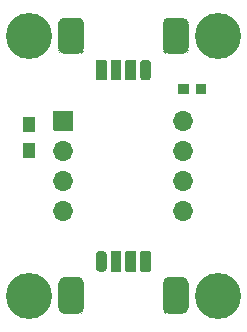
<source format=gbr>
G04 #@! TF.GenerationSoftware,KiCad,Pcbnew,(5.1.9)-1*
G04 #@! TF.CreationDate,2021-05-12T15:35:24+02:00*
G04 #@! TF.ProjectId,GPSMux,4750534d-7578-42e6-9b69-6361645f7063,01*
G04 #@! TF.SameCoordinates,Original*
G04 #@! TF.FileFunction,Soldermask,Top*
G04 #@! TF.FilePolarity,Negative*
%FSLAX46Y46*%
G04 Gerber Fmt 4.6, Leading zero omitted, Abs format (unit mm)*
G04 Created by KiCad (PCBNEW (5.1.9)-1) date 2021-05-12 15:35:24*
%MOMM*%
%LPD*%
G01*
G04 APERTURE LIST*
%ADD10C,3.902000*%
%ADD11O,1.702000X1.702000*%
%ADD12C,0.100000*%
G04 APERTURE END LIST*
D10*
X125000000Y-42000000D03*
X141000000Y-42000000D03*
X141000000Y-64000000D03*
X125000000Y-64000000D03*
G36*
G01*
X139129000Y-46875000D02*
X139129000Y-46125000D01*
G75*
G02*
X139180000Y-46074000I51000J0D01*
G01*
X139980000Y-46074000D01*
G75*
G02*
X140031000Y-46125000I0J-51000D01*
G01*
X140031000Y-46875000D01*
G75*
G02*
X139980000Y-46926000I-51000J0D01*
G01*
X139180000Y-46926000D01*
G75*
G02*
X139129000Y-46875000I0J51000D01*
G01*
G37*
G36*
G01*
X137629000Y-46875000D02*
X137629000Y-46125000D01*
G75*
G02*
X137680000Y-46074000I51000J0D01*
G01*
X138480000Y-46074000D01*
G75*
G02*
X138531000Y-46125000I0J-51000D01*
G01*
X138531000Y-46875000D01*
G75*
G02*
X138480000Y-46926000I-51000J0D01*
G01*
X137680000Y-46926000D01*
G75*
G02*
X137629000Y-46875000I0J51000D01*
G01*
G37*
D11*
X138080000Y-49190000D03*
X127920000Y-56810000D03*
X138080000Y-51730000D03*
X127920000Y-54270000D03*
X138080000Y-54270000D03*
X127920000Y-51730000D03*
X138080000Y-56810000D03*
G36*
G01*
X127069000Y-49990000D02*
X127069000Y-48390000D01*
G75*
G02*
X127120000Y-48339000I51000J0D01*
G01*
X128720000Y-48339000D01*
G75*
G02*
X128771000Y-48390000I0J-51000D01*
G01*
X128771000Y-49990000D01*
G75*
G02*
X128720000Y-50041000I-51000J0D01*
G01*
X127120000Y-50041000D01*
G75*
G02*
X127069000Y-49990000I0J51000D01*
G01*
G37*
G36*
G01*
X125450000Y-50181000D02*
X124550000Y-50181000D01*
G75*
G02*
X124499000Y-50130000I0J51000D01*
G01*
X124499000Y-48930000D01*
G75*
G02*
X124550000Y-48879000I51000J0D01*
G01*
X125450000Y-48879000D01*
G75*
G02*
X125501000Y-48930000I0J-51000D01*
G01*
X125501000Y-50130000D01*
G75*
G02*
X125450000Y-50181000I-51000J0D01*
G01*
G37*
G36*
G01*
X125450000Y-52381000D02*
X124550000Y-52381000D01*
G75*
G02*
X124499000Y-52330000I0J51000D01*
G01*
X124499000Y-51130000D01*
G75*
G02*
X124550000Y-51079000I51000J0D01*
G01*
X125450000Y-51079000D01*
G75*
G02*
X125501000Y-51130000I0J-51000D01*
G01*
X125501000Y-52330000D01*
G75*
G02*
X125450000Y-52381000I-51000J0D01*
G01*
G37*
G36*
G01*
X131576000Y-60474500D02*
X131576000Y-61725500D01*
G75*
G02*
X131350500Y-61951000I-225500J0D01*
G01*
X130899500Y-61951000D01*
G75*
G02*
X130674000Y-61725500I0J225500D01*
G01*
X130674000Y-60474500D01*
G75*
G02*
X130899500Y-60249000I225500J0D01*
G01*
X131350500Y-60249000D01*
G75*
G02*
X131576000Y-60474500I0J-225500D01*
G01*
G37*
G36*
G01*
X132826000Y-60300000D02*
X132826000Y-61900000D01*
G75*
G02*
X132775000Y-61951000I-51000J0D01*
G01*
X131975000Y-61951000D01*
G75*
G02*
X131924000Y-61900000I0J51000D01*
G01*
X131924000Y-60300000D01*
G75*
G02*
X131975000Y-60249000I51000J0D01*
G01*
X132775000Y-60249000D01*
G75*
G02*
X132826000Y-60300000I0J-51000D01*
G01*
G37*
G36*
G01*
X135326000Y-60300000D02*
X135326000Y-61900000D01*
G75*
G02*
X135275000Y-61951000I-51000J0D01*
G01*
X134475000Y-61951000D01*
G75*
G02*
X134424000Y-61900000I0J51000D01*
G01*
X134424000Y-60300000D01*
G75*
G02*
X134475000Y-60249000I51000J0D01*
G01*
X135275000Y-60249000D01*
G75*
G02*
X135326000Y-60300000I0J-51000D01*
G01*
G37*
G36*
G01*
X134076000Y-60300000D02*
X134076000Y-61900000D01*
G75*
G02*
X134025000Y-61951000I-51000J0D01*
G01*
X133225000Y-61951000D01*
G75*
G02*
X133174000Y-61900000I0J51000D01*
G01*
X133174000Y-60300000D01*
G75*
G02*
X133225000Y-60249000I51000J0D01*
G01*
X134025000Y-60249000D01*
G75*
G02*
X134076000Y-60300000I0J-51000D01*
G01*
G37*
G36*
G01*
X129676000Y-62999500D02*
X129676000Y-65000500D01*
G75*
G02*
X129125500Y-65551000I-550500J0D01*
G01*
X128024500Y-65551000D01*
G75*
G02*
X127474000Y-65000500I0J550500D01*
G01*
X127474000Y-62999500D01*
G75*
G02*
X128024500Y-62449000I550500J0D01*
G01*
X129125500Y-62449000D01*
G75*
G02*
X129676000Y-62999500I0J-550500D01*
G01*
G37*
G36*
G01*
X138526000Y-62999500D02*
X138526000Y-65000500D01*
G75*
G02*
X137975500Y-65551000I-550500J0D01*
G01*
X136874500Y-65551000D01*
G75*
G02*
X136324000Y-65000500I0J550500D01*
G01*
X136324000Y-62999500D01*
G75*
G02*
X136874500Y-62449000I550500J0D01*
G01*
X137975500Y-62449000D01*
G75*
G02*
X138526000Y-62999500I0J-550500D01*
G01*
G37*
G36*
G01*
X134424000Y-45525500D02*
X134424000Y-44274500D01*
G75*
G02*
X134649500Y-44049000I225500J0D01*
G01*
X135100500Y-44049000D01*
G75*
G02*
X135326000Y-44274500I0J-225500D01*
G01*
X135326000Y-45525500D01*
G75*
G02*
X135100500Y-45751000I-225500J0D01*
G01*
X134649500Y-45751000D01*
G75*
G02*
X134424000Y-45525500I0J225500D01*
G01*
G37*
G36*
G01*
X133174000Y-45700000D02*
X133174000Y-44100000D01*
G75*
G02*
X133225000Y-44049000I51000J0D01*
G01*
X134025000Y-44049000D01*
G75*
G02*
X134076000Y-44100000I0J-51000D01*
G01*
X134076000Y-45700000D01*
G75*
G02*
X134025000Y-45751000I-51000J0D01*
G01*
X133225000Y-45751000D01*
G75*
G02*
X133174000Y-45700000I0J51000D01*
G01*
G37*
G36*
G01*
X130674000Y-45700000D02*
X130674000Y-44100000D01*
G75*
G02*
X130725000Y-44049000I51000J0D01*
G01*
X131525000Y-44049000D01*
G75*
G02*
X131576000Y-44100000I0J-51000D01*
G01*
X131576000Y-45700000D01*
G75*
G02*
X131525000Y-45751000I-51000J0D01*
G01*
X130725000Y-45751000D01*
G75*
G02*
X130674000Y-45700000I0J51000D01*
G01*
G37*
G36*
G01*
X131924000Y-45700000D02*
X131924000Y-44100000D01*
G75*
G02*
X131975000Y-44049000I51000J0D01*
G01*
X132775000Y-44049000D01*
G75*
G02*
X132826000Y-44100000I0J-51000D01*
G01*
X132826000Y-45700000D01*
G75*
G02*
X132775000Y-45751000I-51000J0D01*
G01*
X131975000Y-45751000D01*
G75*
G02*
X131924000Y-45700000I0J51000D01*
G01*
G37*
G36*
G01*
X136324000Y-43000500D02*
X136324000Y-40999500D01*
G75*
G02*
X136874500Y-40449000I550500J0D01*
G01*
X137975500Y-40449000D01*
G75*
G02*
X138526000Y-40999500I0J-550500D01*
G01*
X138526000Y-43000500D01*
G75*
G02*
X137975500Y-43551000I-550500J0D01*
G01*
X136874500Y-43551000D01*
G75*
G02*
X136324000Y-43000500I0J550500D01*
G01*
G37*
G36*
G01*
X127474000Y-43000500D02*
X127474000Y-40999500D01*
G75*
G02*
X128024500Y-40449000I550500J0D01*
G01*
X129125500Y-40449000D01*
G75*
G02*
X129676000Y-40999500I0J-550500D01*
G01*
X129676000Y-43000500D01*
G75*
G02*
X129125500Y-43551000I-550500J0D01*
G01*
X128024500Y-43551000D01*
G75*
G02*
X127474000Y-43000500I0J550500D01*
G01*
G37*
D12*
G36*
X136325990Y-65000304D02*
G01*
X136336548Y-65107502D01*
X136367761Y-65210398D01*
X136418447Y-65305225D01*
X136486659Y-65388341D01*
X136569775Y-65456553D01*
X136664602Y-65507239D01*
X136767498Y-65538452D01*
X136874696Y-65549010D01*
X136876322Y-65550175D01*
X136876126Y-65552165D01*
X136874500Y-65553000D01*
X136818140Y-65553000D01*
X136817944Y-65552990D01*
X136716720Y-65543020D01*
X136716335Y-65542944D01*
X136624897Y-65515207D01*
X136624535Y-65515057D01*
X136540276Y-65470019D01*
X136539950Y-65469801D01*
X136466090Y-65409187D01*
X136465813Y-65408910D01*
X136405199Y-65335050D01*
X136404981Y-65334724D01*
X136359943Y-65250465D01*
X136359793Y-65250103D01*
X136332056Y-65158665D01*
X136331980Y-65158280D01*
X136322010Y-65057056D01*
X136322000Y-65056860D01*
X136322000Y-65000500D01*
X136323000Y-64998768D01*
X136325000Y-64998768D01*
X136325990Y-65000304D01*
G37*
G36*
X127475990Y-65000304D02*
G01*
X127486548Y-65107502D01*
X127517761Y-65210398D01*
X127568447Y-65305225D01*
X127636659Y-65388341D01*
X127719775Y-65456553D01*
X127814602Y-65507239D01*
X127917498Y-65538452D01*
X128024696Y-65549010D01*
X128026322Y-65550175D01*
X128026126Y-65552165D01*
X128024500Y-65553000D01*
X127968140Y-65553000D01*
X127967944Y-65552990D01*
X127866720Y-65543020D01*
X127866335Y-65542944D01*
X127774897Y-65515207D01*
X127774535Y-65515057D01*
X127690276Y-65470019D01*
X127689950Y-65469801D01*
X127616090Y-65409187D01*
X127615813Y-65408910D01*
X127555199Y-65335050D01*
X127554981Y-65334724D01*
X127509943Y-65250465D01*
X127509793Y-65250103D01*
X127482056Y-65158665D01*
X127481980Y-65158280D01*
X127472010Y-65057056D01*
X127472000Y-65056860D01*
X127472000Y-65000500D01*
X127473000Y-64998768D01*
X127475000Y-64998768D01*
X127475990Y-65000304D01*
G37*
G36*
X138527165Y-64998874D02*
G01*
X138528000Y-65000500D01*
X138528000Y-65056860D01*
X138527990Y-65057056D01*
X138518020Y-65158280D01*
X138517944Y-65158665D01*
X138490207Y-65250103D01*
X138490057Y-65250465D01*
X138445019Y-65334724D01*
X138444801Y-65335050D01*
X138384187Y-65408910D01*
X138383910Y-65409187D01*
X138310050Y-65469801D01*
X138309724Y-65470019D01*
X138225465Y-65515057D01*
X138225103Y-65515207D01*
X138133665Y-65542944D01*
X138133280Y-65543020D01*
X138032056Y-65552990D01*
X138031860Y-65553000D01*
X137975500Y-65553000D01*
X137973768Y-65552000D01*
X137973768Y-65550000D01*
X137975304Y-65549010D01*
X138082502Y-65538452D01*
X138185398Y-65507239D01*
X138280225Y-65456553D01*
X138363341Y-65388341D01*
X138431553Y-65305225D01*
X138482239Y-65210398D01*
X138513452Y-65107502D01*
X138524010Y-65000304D01*
X138525175Y-64998678D01*
X138527165Y-64998874D01*
G37*
G36*
X129677165Y-64998874D02*
G01*
X129678000Y-65000500D01*
X129678000Y-65056860D01*
X129677990Y-65057056D01*
X129668020Y-65158280D01*
X129667944Y-65158665D01*
X129640207Y-65250103D01*
X129640057Y-65250465D01*
X129595019Y-65334724D01*
X129594801Y-65335050D01*
X129534187Y-65408910D01*
X129533910Y-65409187D01*
X129460050Y-65469801D01*
X129459724Y-65470019D01*
X129375465Y-65515057D01*
X129375103Y-65515207D01*
X129283665Y-65542944D01*
X129283280Y-65543020D01*
X129182056Y-65552990D01*
X129181860Y-65553000D01*
X129125500Y-65553000D01*
X129123768Y-65552000D01*
X129123768Y-65550000D01*
X129125304Y-65549010D01*
X129232502Y-65538452D01*
X129335398Y-65507239D01*
X129430225Y-65456553D01*
X129513341Y-65388341D01*
X129581553Y-65305225D01*
X129632239Y-65210398D01*
X129663452Y-65107502D01*
X129674010Y-65000304D01*
X129675175Y-64998678D01*
X129677165Y-64998874D01*
G37*
G36*
X136876232Y-62448000D02*
G01*
X136876232Y-62450000D01*
X136874696Y-62450990D01*
X136767498Y-62461548D01*
X136664602Y-62492761D01*
X136569775Y-62543447D01*
X136486659Y-62611659D01*
X136418447Y-62694775D01*
X136367761Y-62789602D01*
X136336548Y-62892498D01*
X136325990Y-62999696D01*
X136324825Y-63001322D01*
X136322835Y-63001126D01*
X136322000Y-62999500D01*
X136322000Y-62943140D01*
X136322010Y-62942944D01*
X136331980Y-62841720D01*
X136332056Y-62841335D01*
X136359793Y-62749897D01*
X136359943Y-62749535D01*
X136404981Y-62665276D01*
X136405199Y-62664950D01*
X136465813Y-62591090D01*
X136466090Y-62590813D01*
X136539950Y-62530199D01*
X136540276Y-62529981D01*
X136624535Y-62484943D01*
X136624897Y-62484793D01*
X136716335Y-62457056D01*
X136716720Y-62456980D01*
X136817944Y-62447010D01*
X136818140Y-62447000D01*
X136874500Y-62447000D01*
X136876232Y-62448000D01*
G37*
G36*
X128026232Y-62448000D02*
G01*
X128026232Y-62450000D01*
X128024696Y-62450990D01*
X127917498Y-62461548D01*
X127814602Y-62492761D01*
X127719775Y-62543447D01*
X127636659Y-62611659D01*
X127568447Y-62694775D01*
X127517761Y-62789602D01*
X127486548Y-62892498D01*
X127475990Y-62999696D01*
X127474825Y-63001322D01*
X127472835Y-63001126D01*
X127472000Y-62999500D01*
X127472000Y-62943140D01*
X127472010Y-62942944D01*
X127481980Y-62841720D01*
X127482056Y-62841335D01*
X127509793Y-62749897D01*
X127509943Y-62749535D01*
X127554981Y-62665276D01*
X127555199Y-62664950D01*
X127615813Y-62591090D01*
X127616090Y-62590813D01*
X127689950Y-62530199D01*
X127690276Y-62529981D01*
X127774535Y-62484943D01*
X127774897Y-62484793D01*
X127866335Y-62457056D01*
X127866720Y-62456980D01*
X127967944Y-62447010D01*
X127968140Y-62447000D01*
X128024500Y-62447000D01*
X128026232Y-62448000D01*
G37*
G36*
X138032056Y-62447010D02*
G01*
X138133280Y-62456980D01*
X138133665Y-62457056D01*
X138225103Y-62484793D01*
X138225465Y-62484943D01*
X138309724Y-62529981D01*
X138310050Y-62530199D01*
X138383910Y-62590813D01*
X138384187Y-62591090D01*
X138444801Y-62664950D01*
X138445019Y-62665276D01*
X138490057Y-62749535D01*
X138490207Y-62749897D01*
X138517944Y-62841335D01*
X138518020Y-62841720D01*
X138527990Y-62942944D01*
X138528000Y-62943140D01*
X138528000Y-62999500D01*
X138527000Y-63001232D01*
X138525000Y-63001232D01*
X138524010Y-62999696D01*
X138513452Y-62892498D01*
X138482239Y-62789602D01*
X138431553Y-62694775D01*
X138363341Y-62611659D01*
X138280225Y-62543447D01*
X138185398Y-62492761D01*
X138082502Y-62461548D01*
X137975304Y-62450990D01*
X137973678Y-62449825D01*
X137973874Y-62447835D01*
X137975500Y-62447000D01*
X138031860Y-62447000D01*
X138032056Y-62447010D01*
G37*
G36*
X129182056Y-62447010D02*
G01*
X129283280Y-62456980D01*
X129283665Y-62457056D01*
X129375103Y-62484793D01*
X129375465Y-62484943D01*
X129459724Y-62529981D01*
X129460050Y-62530199D01*
X129533910Y-62590813D01*
X129534187Y-62591090D01*
X129594801Y-62664950D01*
X129595019Y-62665276D01*
X129640057Y-62749535D01*
X129640207Y-62749897D01*
X129667944Y-62841335D01*
X129668020Y-62841720D01*
X129677990Y-62942944D01*
X129678000Y-62943140D01*
X129678000Y-62999500D01*
X129677000Y-63001232D01*
X129675000Y-63001232D01*
X129674010Y-62999696D01*
X129663452Y-62892498D01*
X129632239Y-62789602D01*
X129581553Y-62694775D01*
X129513341Y-62611659D01*
X129430225Y-62543447D01*
X129335398Y-62492761D01*
X129232502Y-62461548D01*
X129125304Y-62450990D01*
X129123678Y-62449825D01*
X129123874Y-62447835D01*
X129125500Y-62447000D01*
X129181860Y-62447000D01*
X129182056Y-62447010D01*
G37*
G36*
X138527165Y-42998874D02*
G01*
X138528000Y-43000500D01*
X138528000Y-43056860D01*
X138527990Y-43057056D01*
X138518020Y-43158280D01*
X138517944Y-43158665D01*
X138490207Y-43250103D01*
X138490057Y-43250465D01*
X138445019Y-43334724D01*
X138444801Y-43335050D01*
X138384187Y-43408910D01*
X138383910Y-43409187D01*
X138310050Y-43469801D01*
X138309724Y-43470019D01*
X138225465Y-43515057D01*
X138225103Y-43515207D01*
X138133665Y-43542944D01*
X138133280Y-43543020D01*
X138032056Y-43552990D01*
X138031860Y-43553000D01*
X137975500Y-43553000D01*
X137973768Y-43552000D01*
X137973768Y-43550000D01*
X137975304Y-43549010D01*
X138082502Y-43538452D01*
X138185398Y-43507239D01*
X138280225Y-43456553D01*
X138363341Y-43388341D01*
X138431553Y-43305225D01*
X138482239Y-43210398D01*
X138513452Y-43107502D01*
X138524010Y-43000304D01*
X138525175Y-42998678D01*
X138527165Y-42998874D01*
G37*
G36*
X129677165Y-42998874D02*
G01*
X129678000Y-43000500D01*
X129678000Y-43056860D01*
X129677990Y-43057056D01*
X129668020Y-43158280D01*
X129667944Y-43158665D01*
X129640207Y-43250103D01*
X129640057Y-43250465D01*
X129595019Y-43334724D01*
X129594801Y-43335050D01*
X129534187Y-43408910D01*
X129533910Y-43409187D01*
X129460050Y-43469801D01*
X129459724Y-43470019D01*
X129375465Y-43515057D01*
X129375103Y-43515207D01*
X129283665Y-43542944D01*
X129283280Y-43543020D01*
X129182056Y-43552990D01*
X129181860Y-43553000D01*
X129125500Y-43553000D01*
X129123768Y-43552000D01*
X129123768Y-43550000D01*
X129125304Y-43549010D01*
X129232502Y-43538452D01*
X129335398Y-43507239D01*
X129430225Y-43456553D01*
X129513341Y-43388341D01*
X129581553Y-43305225D01*
X129632239Y-43210398D01*
X129663452Y-43107502D01*
X129674010Y-43000304D01*
X129675175Y-42998678D01*
X129677165Y-42998874D01*
G37*
G36*
X127475990Y-43000304D02*
G01*
X127486548Y-43107502D01*
X127517761Y-43210398D01*
X127568447Y-43305225D01*
X127636659Y-43388341D01*
X127719775Y-43456553D01*
X127814602Y-43507239D01*
X127917498Y-43538452D01*
X128024696Y-43549010D01*
X128026322Y-43550175D01*
X128026126Y-43552165D01*
X128024500Y-43553000D01*
X127968140Y-43553000D01*
X127967944Y-43552990D01*
X127866720Y-43543020D01*
X127866335Y-43542944D01*
X127774897Y-43515207D01*
X127774535Y-43515057D01*
X127690276Y-43470019D01*
X127689950Y-43469801D01*
X127616090Y-43409187D01*
X127615813Y-43408910D01*
X127555199Y-43335050D01*
X127554981Y-43334724D01*
X127509943Y-43250465D01*
X127509793Y-43250103D01*
X127482056Y-43158665D01*
X127481980Y-43158280D01*
X127472010Y-43057056D01*
X127472000Y-43056860D01*
X127472000Y-43000500D01*
X127473000Y-42998768D01*
X127475000Y-42998768D01*
X127475990Y-43000304D01*
G37*
G36*
X136325990Y-43000304D02*
G01*
X136336548Y-43107502D01*
X136367761Y-43210398D01*
X136418447Y-43305225D01*
X136486659Y-43388341D01*
X136569775Y-43456553D01*
X136664602Y-43507239D01*
X136767498Y-43538452D01*
X136874696Y-43549010D01*
X136876322Y-43550175D01*
X136876126Y-43552165D01*
X136874500Y-43553000D01*
X136818140Y-43553000D01*
X136817944Y-43552990D01*
X136716720Y-43543020D01*
X136716335Y-43542944D01*
X136624897Y-43515207D01*
X136624535Y-43515057D01*
X136540276Y-43470019D01*
X136539950Y-43469801D01*
X136466090Y-43409187D01*
X136465813Y-43408910D01*
X136405199Y-43335050D01*
X136404981Y-43334724D01*
X136359943Y-43250465D01*
X136359793Y-43250103D01*
X136332056Y-43158665D01*
X136331980Y-43158280D01*
X136322010Y-43057056D01*
X136322000Y-43056860D01*
X136322000Y-43000500D01*
X136323000Y-42998768D01*
X136325000Y-42998768D01*
X136325990Y-43000304D01*
G37*
G36*
X128026232Y-40448000D02*
G01*
X128026232Y-40450000D01*
X128024696Y-40450990D01*
X127917498Y-40461548D01*
X127814602Y-40492761D01*
X127719775Y-40543447D01*
X127636659Y-40611659D01*
X127568447Y-40694775D01*
X127517761Y-40789602D01*
X127486548Y-40892498D01*
X127475990Y-40999696D01*
X127474825Y-41001322D01*
X127472835Y-41001126D01*
X127472000Y-40999500D01*
X127472000Y-40943140D01*
X127472010Y-40942944D01*
X127481980Y-40841720D01*
X127482056Y-40841335D01*
X127509793Y-40749897D01*
X127509943Y-40749535D01*
X127554981Y-40665276D01*
X127555199Y-40664950D01*
X127615813Y-40591090D01*
X127616090Y-40590813D01*
X127689950Y-40530199D01*
X127690276Y-40529981D01*
X127774535Y-40484943D01*
X127774897Y-40484793D01*
X127866335Y-40457056D01*
X127866720Y-40456980D01*
X127967944Y-40447010D01*
X127968140Y-40447000D01*
X128024500Y-40447000D01*
X128026232Y-40448000D01*
G37*
G36*
X136876232Y-40448000D02*
G01*
X136876232Y-40450000D01*
X136874696Y-40450990D01*
X136767498Y-40461548D01*
X136664602Y-40492761D01*
X136569775Y-40543447D01*
X136486659Y-40611659D01*
X136418447Y-40694775D01*
X136367761Y-40789602D01*
X136336548Y-40892498D01*
X136325990Y-40999696D01*
X136324825Y-41001322D01*
X136322835Y-41001126D01*
X136322000Y-40999500D01*
X136322000Y-40943140D01*
X136322010Y-40942944D01*
X136331980Y-40841720D01*
X136332056Y-40841335D01*
X136359793Y-40749897D01*
X136359943Y-40749535D01*
X136404981Y-40665276D01*
X136405199Y-40664950D01*
X136465813Y-40591090D01*
X136466090Y-40590813D01*
X136539950Y-40530199D01*
X136540276Y-40529981D01*
X136624535Y-40484943D01*
X136624897Y-40484793D01*
X136716335Y-40457056D01*
X136716720Y-40456980D01*
X136817944Y-40447010D01*
X136818140Y-40447000D01*
X136874500Y-40447000D01*
X136876232Y-40448000D01*
G37*
G36*
X129182056Y-40447010D02*
G01*
X129283280Y-40456980D01*
X129283665Y-40457056D01*
X129375103Y-40484793D01*
X129375465Y-40484943D01*
X129459724Y-40529981D01*
X129460050Y-40530199D01*
X129533910Y-40590813D01*
X129534187Y-40591090D01*
X129594801Y-40664950D01*
X129595019Y-40665276D01*
X129640057Y-40749535D01*
X129640207Y-40749897D01*
X129667944Y-40841335D01*
X129668020Y-40841720D01*
X129677990Y-40942944D01*
X129678000Y-40943140D01*
X129678000Y-40999500D01*
X129677000Y-41001232D01*
X129675000Y-41001232D01*
X129674010Y-40999696D01*
X129663452Y-40892498D01*
X129632239Y-40789602D01*
X129581553Y-40694775D01*
X129513341Y-40611659D01*
X129430225Y-40543447D01*
X129335398Y-40492761D01*
X129232502Y-40461548D01*
X129125304Y-40450990D01*
X129123678Y-40449825D01*
X129123874Y-40447835D01*
X129125500Y-40447000D01*
X129181860Y-40447000D01*
X129182056Y-40447010D01*
G37*
G36*
X138032056Y-40447010D02*
G01*
X138133280Y-40456980D01*
X138133665Y-40457056D01*
X138225103Y-40484793D01*
X138225465Y-40484943D01*
X138309724Y-40529981D01*
X138310050Y-40530199D01*
X138383910Y-40590813D01*
X138384187Y-40591090D01*
X138444801Y-40664950D01*
X138445019Y-40665276D01*
X138490057Y-40749535D01*
X138490207Y-40749897D01*
X138517944Y-40841335D01*
X138518020Y-40841720D01*
X138527990Y-40942944D01*
X138528000Y-40943140D01*
X138528000Y-40999500D01*
X138527000Y-41001232D01*
X138525000Y-41001232D01*
X138524010Y-40999696D01*
X138513452Y-40892498D01*
X138482239Y-40789602D01*
X138431553Y-40694775D01*
X138363341Y-40611659D01*
X138280225Y-40543447D01*
X138185398Y-40492761D01*
X138082502Y-40461548D01*
X137975304Y-40450990D01*
X137973678Y-40449825D01*
X137973874Y-40447835D01*
X137975500Y-40447000D01*
X138031860Y-40447000D01*
X138032056Y-40447010D01*
G37*
M02*

</source>
